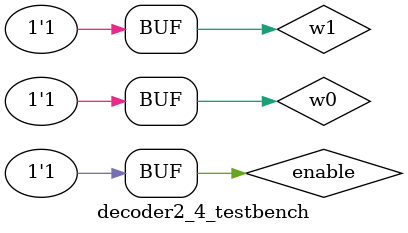
<source format=sv>
module decoder2_4(y0, y1, y2, y3, w0, w1, enable);
	input w0, w1, enable;
	output y0, y1, y2, y3;
	
	wire w0not, w1not;
	
	not not1 (w0not, w0);
	not not2 (w1not, w1);
	
	and and1 (y0, w0not, w1not, enable);
	and and2 (y1, w0, w1not, enable);
	and and3 (y2, w0not, w1, enable);
	and and4 (y3, w0, w1, enable);
endmodule 

module decoder2_4_testbench;
	logic w0, w1, enable;
	logic y0, y1, y2, y3;
	
	decoder2_4 dut (.y0, .y1, .y2, .y3, .w0, .w1, .enable);

	initial begin 
		enable = 1; #100;
		w0 = 0; w1 = 0; #100;
		w0 = 1; w1 = 0; #100;
		w0 = 0; w1 = 1; #100;
		w0 = 1; w1 = 1; #100;
	end 
	
endmodule 
</source>
